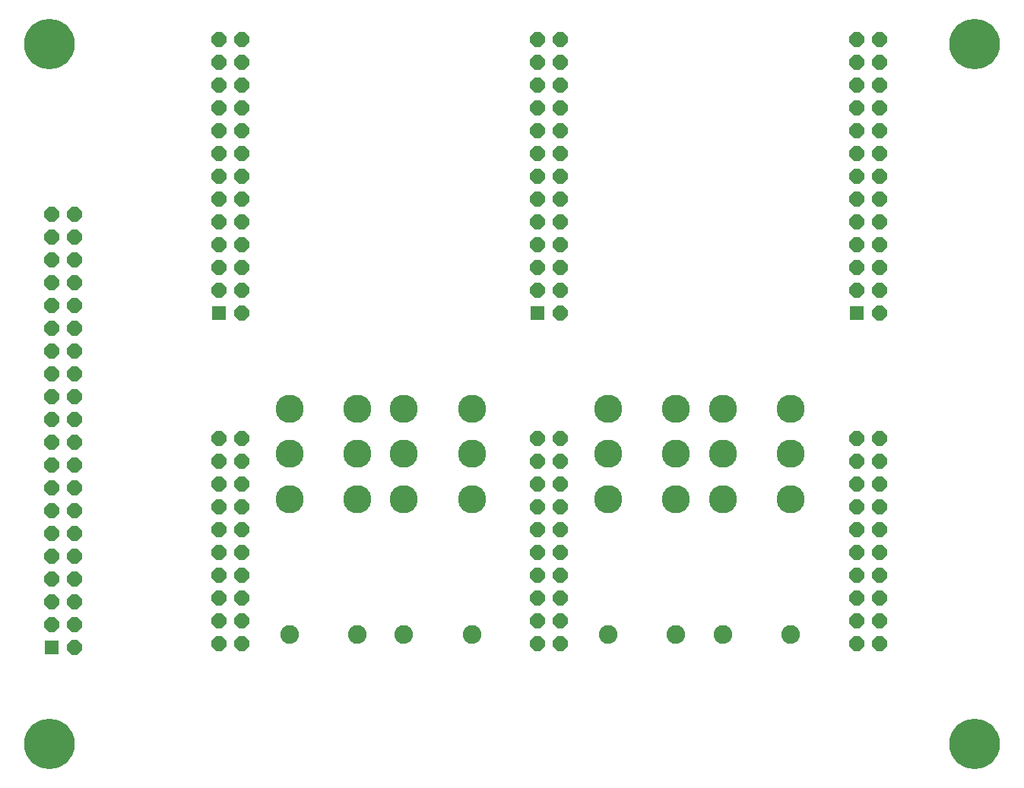
<source format=gbs>
G75*
%MOIN*%
%OFA0B0*%
%FSLAX25Y25*%
%IPPOS*%
%LPD*%
%AMOC8*
5,1,8,0,0,1.08239X$1,22.5*
%
%ADD10C,0.12311*%
%ADD11C,0.08177*%
%ADD12OC8,0.06406*%
%ADD13R,0.06406X0.06406*%
%ADD14C,0.22154*%
D10*
X0172752Y0143933D03*
X0172752Y0163776D03*
X0172752Y0183618D03*
X0202516Y0183618D03*
X0222949Y0183618D03*
X0222949Y0163776D03*
X0202516Y0163776D03*
X0202516Y0143933D03*
X0222949Y0143933D03*
X0252713Y0143933D03*
X0252713Y0163776D03*
X0252713Y0183618D03*
X0312516Y0183634D03*
X0312516Y0163791D03*
X0312516Y0143949D03*
X0342280Y0143949D03*
X0362713Y0143933D03*
X0362713Y0163776D03*
X0342280Y0163791D03*
X0342280Y0183634D03*
X0362713Y0183618D03*
X0392476Y0183618D03*
X0392476Y0163776D03*
X0392476Y0143933D03*
D11*
X0392476Y0084406D03*
X0362713Y0084406D03*
X0342280Y0084421D03*
X0312516Y0084421D03*
X0252713Y0084406D03*
X0222949Y0084406D03*
X0202516Y0084406D03*
X0172752Y0084406D03*
D12*
X0151807Y0080350D03*
X0141807Y0080350D03*
X0141807Y0090350D03*
X0151807Y0090350D03*
X0151807Y0100350D03*
X0141807Y0100350D03*
X0141807Y0110350D03*
X0151807Y0110350D03*
X0151807Y0120350D03*
X0141807Y0120350D03*
X0141807Y0130350D03*
X0151807Y0130350D03*
X0151807Y0140350D03*
X0141807Y0140350D03*
X0141807Y0150350D03*
X0151807Y0150350D03*
X0151807Y0160350D03*
X0141807Y0160350D03*
X0141807Y0170350D03*
X0151807Y0170350D03*
X0151807Y0225547D03*
X0151807Y0235547D03*
X0141807Y0235547D03*
X0141807Y0245547D03*
X0151807Y0245547D03*
X0151807Y0255547D03*
X0141807Y0255547D03*
X0141807Y0265547D03*
X0151807Y0265547D03*
X0151807Y0275547D03*
X0141807Y0275547D03*
X0141807Y0285547D03*
X0151807Y0285547D03*
X0151807Y0295547D03*
X0141807Y0295547D03*
X0141807Y0305547D03*
X0151807Y0305547D03*
X0151807Y0315547D03*
X0141807Y0315547D03*
X0141807Y0325547D03*
X0151807Y0325547D03*
X0151807Y0335547D03*
X0141807Y0335547D03*
X0141807Y0345547D03*
X0151807Y0345547D03*
X0078343Y0268776D03*
X0078343Y0258776D03*
X0068343Y0258776D03*
X0068343Y0268776D03*
X0068343Y0248776D03*
X0078343Y0248776D03*
X0078343Y0238776D03*
X0078343Y0228776D03*
X0068343Y0228776D03*
X0068343Y0238776D03*
X0068343Y0218776D03*
X0078343Y0218776D03*
X0078343Y0208776D03*
X0078343Y0198776D03*
X0068343Y0198776D03*
X0068343Y0208776D03*
X0068343Y0188776D03*
X0078343Y0188776D03*
X0078343Y0178776D03*
X0078343Y0168776D03*
X0068343Y0168776D03*
X0068343Y0178776D03*
X0068343Y0158776D03*
X0078343Y0158776D03*
X0078343Y0148776D03*
X0078343Y0138776D03*
X0068343Y0138776D03*
X0068343Y0148776D03*
X0068343Y0128776D03*
X0078343Y0128776D03*
X0078343Y0118776D03*
X0078343Y0108776D03*
X0068343Y0108776D03*
X0068343Y0118776D03*
X0068343Y0098776D03*
X0078343Y0098776D03*
X0078343Y0088776D03*
X0078343Y0078776D03*
X0068343Y0088776D03*
X0281571Y0090350D03*
X0291571Y0090350D03*
X0291571Y0100350D03*
X0281571Y0100350D03*
X0281571Y0110350D03*
X0291571Y0110350D03*
X0291571Y0120350D03*
X0281571Y0120350D03*
X0281571Y0130350D03*
X0291571Y0130350D03*
X0291571Y0140350D03*
X0281571Y0140350D03*
X0281571Y0150350D03*
X0291571Y0150350D03*
X0291571Y0160350D03*
X0281571Y0160350D03*
X0281571Y0170350D03*
X0291571Y0170350D03*
X0291571Y0225547D03*
X0291571Y0235547D03*
X0281571Y0235547D03*
X0281571Y0245547D03*
X0291571Y0245547D03*
X0291571Y0255547D03*
X0281571Y0255547D03*
X0281571Y0265547D03*
X0291571Y0265547D03*
X0291571Y0275547D03*
X0281571Y0275547D03*
X0281571Y0285547D03*
X0291571Y0285547D03*
X0291571Y0295547D03*
X0281571Y0295547D03*
X0281571Y0305547D03*
X0291571Y0305547D03*
X0291571Y0315547D03*
X0281571Y0315547D03*
X0281571Y0325547D03*
X0291571Y0325547D03*
X0291571Y0335547D03*
X0281571Y0335547D03*
X0281571Y0345547D03*
X0291571Y0345547D03*
X0421335Y0345547D03*
X0431335Y0345547D03*
X0431335Y0335547D03*
X0431335Y0325547D03*
X0421335Y0325547D03*
X0421335Y0335547D03*
X0421335Y0315547D03*
X0431335Y0315547D03*
X0431335Y0305547D03*
X0421335Y0305547D03*
X0421335Y0295547D03*
X0431335Y0295547D03*
X0431335Y0285547D03*
X0421335Y0285547D03*
X0421335Y0275547D03*
X0431335Y0275547D03*
X0431335Y0265547D03*
X0431335Y0255547D03*
X0421335Y0255547D03*
X0421335Y0265547D03*
X0421335Y0245547D03*
X0431335Y0245547D03*
X0431335Y0235547D03*
X0431335Y0225547D03*
X0421335Y0235547D03*
X0421335Y0170350D03*
X0431335Y0170350D03*
X0431335Y0160350D03*
X0431335Y0150350D03*
X0421335Y0150350D03*
X0421335Y0160350D03*
X0421335Y0140350D03*
X0431335Y0140350D03*
X0431335Y0130350D03*
X0431335Y0120350D03*
X0421335Y0120350D03*
X0421335Y0130350D03*
X0421335Y0110350D03*
X0431335Y0110350D03*
X0431335Y0100350D03*
X0431335Y0090350D03*
X0421335Y0090350D03*
X0421335Y0100350D03*
X0421335Y0080350D03*
X0431335Y0080350D03*
X0291571Y0080350D03*
X0281571Y0080350D03*
D13*
X0281571Y0225547D03*
X0421335Y0225547D03*
X0141807Y0225547D03*
X0068343Y0078776D03*
D14*
X0067555Y0036492D03*
X0067555Y0343579D03*
X0473067Y0343579D03*
X0473067Y0036492D03*
M02*

</source>
